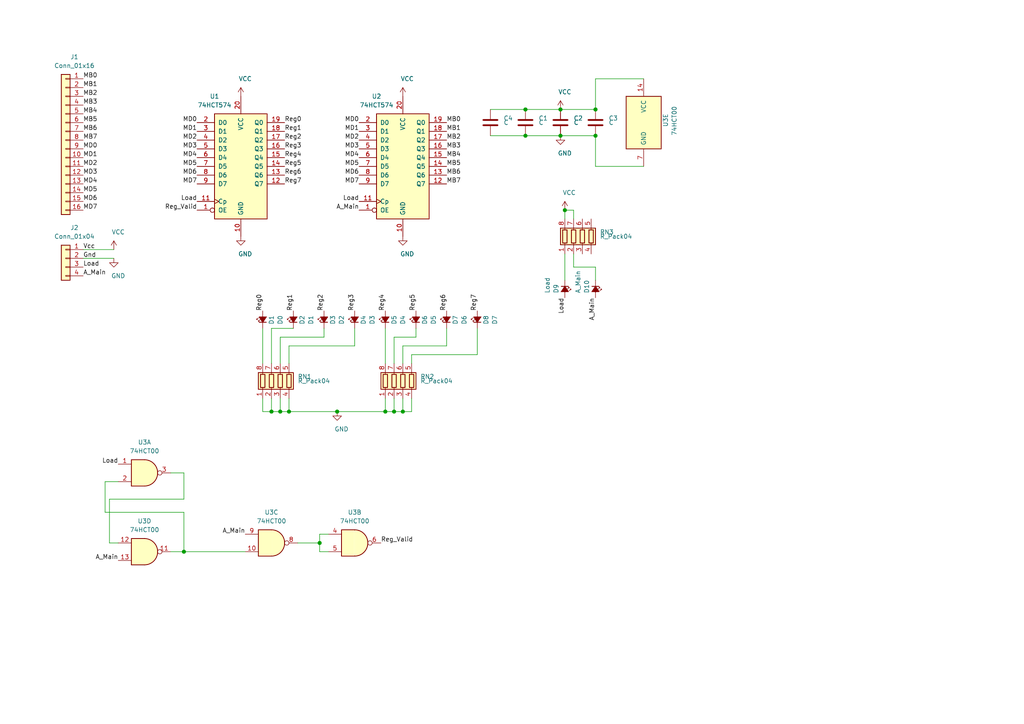
<source format=kicad_sch>
(kicad_sch (version 20200828) (generator eeschema)
  (page 1 1)
  (paper "A4")
  (title_block (title "Constants Register v2.0") (date "2020-09-10") (rev "1.0") (company "Raphaël Jacquot"))
  (lib_symbols
    (symbol "74xx:74HCT00" (pin_names (offset 1.016))
      (property "Reference" "U" (at 0 1.27 0))
      (property "Value" "74HCT00" (at 0 -1.27 0))
      (symbol "74HCT00_1_1"
        (arc (start 0 -3.81) (end 0 3.81) (radius (at 0 0) (length 3.81) (angles -89.9 89.9)) (stroke (width 0.254)) (fill (type background)))
        (polyline (pts (xy 0 3.81) (xy -3.81 3.81) (xy -3.81 -3.81) (xy 0 -3.81)) (stroke (width 0.254)) (fill (type background)))
        (pin input line (at -7.62 2.54 0) (length 3.81) (name "~") (number "1"))
        (pin input line (at -7.62 -2.54 0) (length 3.81) (name "~") (number "2"))
        (pin output inverted (at 7.62 0 180) (length 3.81) (name "~") (number "3"))
      )
      (symbol "74HCT00_2_1"
        (arc (start 0 -3.81) (end 0 3.81) (radius (at 0 0) (length 3.81) (angles -89.9 89.9)) (stroke (width 0.254)) (fill (type background)))
        (polyline (pts (xy 0 3.81) (xy -3.81 3.81) (xy -3.81 -3.81) (xy 0 -3.81)) (stroke (width 0.254)) (fill (type background)))
        (pin input line (at -7.62 2.54 0) (length 3.81) (name "~") (number "4"))
        (pin input line (at -7.62 -2.54 0) (length 3.81) (name "~") (number "5"))
        (pin output inverted (at 7.62 0 180) (length 3.81) (name "~") (number "6"))
      )
      (symbol "74HCT00_3_1"
        (arc (start 0 -3.81) (end 0 3.81) (radius (at 0 0) (length 3.81) (angles -89.9 89.9)) (stroke (width 0.254)) (fill (type background)))
        (polyline (pts (xy 0 3.81) (xy -3.81 3.81) (xy -3.81 -3.81) (xy 0 -3.81)) (stroke (width 0.254)) (fill (type background)))
        (pin input line (at -7.62 -2.54 0) (length 3.81) (name "~") (number "10"))
        (pin output inverted (at 7.62 0 180) (length 3.81) (name "~") (number "8"))
        (pin input line (at -7.62 2.54 0) (length 3.81) (name "~") (number "9"))
      )
      (symbol "74HCT00_4_1"
        (arc (start 0 -3.81) (end 0 3.81) (radius (at 0 0) (length 3.81) (angles -89.9 89.9)) (stroke (width 0.254)) (fill (type background)))
        (polyline (pts (xy 0 3.81) (xy -3.81 3.81) (xy -3.81 -3.81) (xy 0 -3.81)) (stroke (width 0.254)) (fill (type background)))
        (pin output inverted (at 7.62 0 180) (length 3.81) (name "~") (number "11"))
        (pin input line (at -7.62 2.54 0) (length 3.81) (name "~") (number "12"))
        (pin input line (at -7.62 -2.54 0) (length 3.81) (name "~") (number "13"))
      )
      (symbol "74HCT00_1_2"
        (arc (start -3.81 3.81) (end -3.81 -3.81) (radius (at -9.144 0) (length 6.5532) (angles 35.4 -35.4)) (stroke (width 0.254)))
        (arc (start 3.81 0) (end -0.6096 3.81) (radius (at -1.1938 -1.3208) (length 5.1816) (angles 15 83.7)) (stroke (width 0.254)) (fill (type background)))
        (arc (start 3.81 0) (end -0.6096 -3.81) (radius (at -1.1938 1.3208) (length 5.1816) (angles -15 -83.7)) (stroke (width 0.254)) (fill (type background)))
        (polyline (pts (xy -3.81 -3.81) (xy -0.635 -3.81)) (stroke (width 0.254)) (fill (type background)))
        (polyline (pts (xy -3.81 3.81) (xy -0.635 3.81)) (stroke (width 0.254)) (fill (type background)))
        (polyline (pts (xy -0.635 3.81) (xy -3.81 3.81) (xy -3.81 3.81) (xy -3.556 3.4036) (xy -3.0226 2.2606) (xy -2.6924 1.0414) (xy -2.6162 -0.254) (xy -2.7686 -1.4986) (xy -3.175 -2.7178) (xy -3.81 -3.81) (xy -3.81 -3.81) (xy -0.635 -3.81)) (stroke (width -25.4)) (fill (type background)))
        (pin input inverted (at -7.62 2.54 0) (length 4.318) (name "~") (number "1"))
        (pin input inverted (at -7.62 -2.54 0) (length 4.318) (name "~") (number "2"))
        (pin output line (at 7.62 0 180) (length 3.81) (name "~") (number "3"))
      )
      (symbol "74HCT00_2_2"
        (arc (start -3.81 3.81) (end -3.81 -3.81) (radius (at -9.144 0) (length 6.5532) (angles 35.4 -35.4)) (stroke (width 0.254)))
        (arc (start 3.81 0) (end -0.6096 3.81) (radius (at -1.1938 -1.3208) (length 5.1816) (angles 15 83.7)) (stroke (width 0.254)) (fill (type background)))
        (arc (start 3.81 0) (end -0.6096 -3.81) (radius (at -1.1938 1.3208) (length 5.1816) (angles -15 -83.7)) (stroke (width 0.254)) (fill (type background)))
        (polyline (pts (xy -3.81 -3.81) (xy -0.635 -3.81)) (stroke (width 0.254)) (fill (type background)))
        (polyline (pts (xy -3.81 3.81) (xy -0.635 3.81)) (stroke (width 0.254)) (fill (type background)))
        (polyline (pts (xy -0.635 3.81) (xy -3.81 3.81) (xy -3.81 3.81) (xy -3.556 3.4036) (xy -3.0226 2.2606) (xy -2.6924 1.0414) (xy -2.6162 -0.254) (xy -2.7686 -1.4986) (xy -3.175 -2.7178) (xy -3.81 -3.81) (xy -3.81 -3.81) (xy -0.635 -3.81)) (stroke (width -25.4)) (fill (type background)))
        (pin input inverted (at -7.62 2.54 0) (length 4.318) (name "~") (number "4"))
        (pin input inverted (at -7.62 -2.54 0) (length 4.318) (name "~") (number "5"))
        (pin output line (at 7.62 0 180) (length 3.81) (name "~") (number "6"))
      )
      (symbol "74HCT00_3_2"
        (arc (start -3.81 3.81) (end -3.81 -3.81) (radius (at -9.144 0) (length 6.5532) (angles 35.4 -35.4)) (stroke (width 0.254)))
        (arc (start 3.81 0) (end -0.6096 3.81) (radius (at -1.1938 -1.3208) (length 5.1816) (angles 15 83.7)) (stroke (width 0.254)) (fill (type background)))
        (arc (start 3.81 0) (end -0.6096 -3.81) (radius (at -1.1938 1.3208) (length 5.1816) (angles -15 -83.7)) (stroke (width 0.254)) (fill (type background)))
        (polyline (pts (xy -3.81 -3.81) (xy -0.635 -3.81)) (stroke (width 0.254)) (fill (type background)))
        (polyline (pts (xy -3.81 3.81) (xy -0.635 3.81)) (stroke (width 0.254)) (fill (type background)))
        (polyline (pts (xy -0.635 3.81) (xy -3.81 3.81) (xy -3.81 3.81) (xy -3.556 3.4036) (xy -3.0226 2.2606) (xy -2.6924 1.0414) (xy -2.6162 -0.254) (xy -2.7686 -1.4986) (xy -3.175 -2.7178) (xy -3.81 -3.81) (xy -3.81 -3.81) (xy -0.635 -3.81)) (stroke (width -25.4)) (fill (type background)))
        (pin input inverted (at -7.62 -2.54 0) (length 4.318) (name "~") (number "10"))
        (pin output line (at 7.62 0 180) (length 3.81) (name "~") (number "8"))
        (pin input inverted (at -7.62 2.54 0) (length 4.318) (name "~") (number "9"))
      )
      (symbol "74HCT00_4_2"
        (arc (start -3.81 3.81) (end -3.81 -3.81) (radius (at -9.144 0) (length 6.5532) (angles 35.4 -35.4)) (stroke (width 0.254)))
        (arc (start 3.81 0) (end -0.6096 3.81) (radius (at -1.1938 -1.3208) (length 5.1816) (angles 15 83.7)) (stroke (width 0.254)) (fill (type background)))
        (arc (start 3.81 0) (end -0.6096 -3.81) (radius (at -1.1938 1.3208) (length 5.1816) (angles -15 -83.7)) (stroke (width 0.254)) (fill (type background)))
        (polyline (pts (xy -3.81 -3.81) (xy -0.635 -3.81)) (stroke (width 0.254)) (fill (type background)))
        (polyline (pts (xy -3.81 3.81) (xy -0.635 3.81)) (stroke (width 0.254)) (fill (type background)))
        (polyline (pts (xy -0.635 3.81) (xy -3.81 3.81) (xy -3.81 3.81) (xy -3.556 3.4036) (xy -3.0226 2.2606) (xy -2.6924 1.0414) (xy -2.6162 -0.254) (xy -2.7686 -1.4986) (xy -3.175 -2.7178) (xy -3.81 -3.81) (xy -3.81 -3.81) (xy -0.635 -3.81)) (stroke (width -25.4)) (fill (type background)))
        (pin output line (at 7.62 0 180) (length 3.81) (name "~") (number "11"))
        (pin input inverted (at -7.62 2.54 0) (length 4.318) (name "~") (number "12"))
        (pin input inverted (at -7.62 -2.54 0) (length 4.318) (name "~") (number "13"))
      )
      (symbol "74HCT00_5_1"
        (rectangle (start -5.08 7.62) (end 5.08 -7.62) (stroke (width 0.254)) (fill (type background)))
      )
      (symbol "74HCT00_5_0"
        (pin power_in line (at 0 12.7 270) (length 5.08) (name "VCC") (number "14"))
        (pin power_in line (at 0 -12.7 90) (length 5.08) (name "GND") (number "7"))
      )
    )
    (symbol "74xx:74HCT574" (pin_names (offset 1.016))
      (property "Reference" "U" (at -7.62 16.51 0))
      (property "Value" "74HCT574" (at -7.62 -16.51 0))
      (symbol "74HCT574_1_1"
        (rectangle (start -7.62 15.24) (end 7.62 -15.24) (stroke (width 0.254)) (fill (type background)))
      )
      (symbol "74HCT574_1_0"
        (pin input inverted (at -12.7 -12.7 0) (length 5.08) (name "OE") (number "1"))
        (pin power_in line (at 0 -20.32 90) (length 5.08) (name "GND") (number "10"))
        (pin input clock (at -12.7 -10.16 0) (length 5.08) (name "Cp") (number "11"))
        (pin tri_state line (at 12.7 -5.08 180) (length 5.08) (name "Q7") (number "12"))
        (pin tri_state line (at 12.7 -2.54 180) (length 5.08) (name "Q6") (number "13"))
        (pin tri_state line (at 12.7 0 180) (length 5.08) (name "Q5") (number "14"))
        (pin tri_state line (at 12.7 2.54 180) (length 5.08) (name "Q4") (number "15"))
        (pin tri_state line (at 12.7 5.08 180) (length 5.08) (name "Q3") (number "16"))
        (pin tri_state line (at 12.7 7.62 180) (length 5.08) (name "Q2") (number "17"))
        (pin tri_state line (at 12.7 10.16 180) (length 5.08) (name "Q1") (number "18"))
        (pin tri_state line (at 12.7 12.7 180) (length 5.08) (name "Q0") (number "19"))
        (pin input line (at -12.7 12.7 0) (length 5.08) (name "D0") (number "2"))
        (pin power_in line (at 0 20.32 270) (length 5.08) (name "VCC") (number "20"))
        (pin input line (at -12.7 10.16 0) (length 5.08) (name "D1") (number "3"))
        (pin input line (at -12.7 7.62 0) (length 5.08) (name "D2") (number "4"))
        (pin input line (at -12.7 5.08 0) (length 5.08) (name "D3") (number "5"))
        (pin input line (at -12.7 2.54 0) (length 5.08) (name "D4") (number "6"))
        (pin input line (at -12.7 0 0) (length 5.08) (name "D5") (number "7"))
        (pin input line (at -12.7 -2.54 0) (length 5.08) (name "D6") (number "8"))
        (pin input line (at -12.7 -5.08 0) (length 5.08) (name "D7") (number "9"))
      )
    )
    (symbol "Connector_Generic:Conn_01x04" (pin_names (offset 1.016) hide)
      (property "Reference" "J" (at 0 5.08 0))
      (property "Value" "Conn_01x04" (at 0 -7.62 0))
      (symbol "Conn_01x04_1_1"
        (rectangle (start -1.27 -4.953) (end 0 -5.207) (stroke (width 0.1524)))
        (rectangle (start -1.27 -2.413) (end 0 -2.667) (stroke (width 0.1524)))
        (rectangle (start -1.27 2.667) (end 0 2.413) (stroke (width 0.1524)))
        (rectangle (start -1.27 3.81) (end 1.27 -6.35) (stroke (width 0.254)) (fill (type background)))
        (rectangle (start -1.27 0.127) (end 0 -0.127) (stroke (width 0.1524)))
        (pin passive line (at -5.08 2.54 0) (length 3.81) (name "Pin_1") (number "1"))
        (pin passive line (at -5.08 0 0) (length 3.81) (name "Pin_2") (number "2"))
        (pin passive line (at -5.08 -2.54 0) (length 3.81) (name "Pin_3") (number "3"))
        (pin passive line (at -5.08 -5.08 0) (length 3.81) (name "Pin_4") (number "4"))
      )
    )
    (symbol "Connector_Generic:Conn_01x16" (pin_names (offset 1.016) hide)
      (property "Reference" "J" (at 0 20.32 0))
      (property "Value" "Conn_01x16" (at 0 -22.86 0))
      (symbol "Conn_01x16_1_1"
        (rectangle (start -1.27 -4.953) (end 0 -5.207) (stroke (width 0.1524)))
        (rectangle (start -1.27 -7.493) (end 0 -7.747) (stroke (width 0.1524)))
        (rectangle (start -1.27 -10.033) (end 0 -10.287) (stroke (width 0.1524)))
        (rectangle (start -1.27 -12.573) (end 0 -12.827) (stroke (width 0.1524)))
        (rectangle (start -1.27 -15.113) (end 0 -15.367) (stroke (width 0.1524)))
        (rectangle (start -1.27 -17.653) (end 0 -17.907) (stroke (width 0.1524)))
        (rectangle (start -1.27 -20.193) (end 0 -20.447) (stroke (width 0.1524)))
        (rectangle (start -1.27 -2.413) (end 0 -2.667) (stroke (width 0.1524)))
        (rectangle (start -1.27 2.667) (end 0 2.413) (stroke (width 0.1524)))
        (rectangle (start -1.27 5.207) (end 0 4.953) (stroke (width 0.1524)))
        (rectangle (start -1.27 7.747) (end 0 7.493) (stroke (width 0.1524)))
        (rectangle (start -1.27 10.287) (end 0 10.033) (stroke (width 0.1524)))
        (rectangle (start -1.27 0.127) (end 0 -0.127) (stroke (width 0.1524)))
        (rectangle (start -1.27 12.827) (end 0 12.573) (stroke (width 0.1524)))
        (rectangle (start -1.27 15.367) (end 0 15.113) (stroke (width 0.1524)))
        (rectangle (start -1.27 17.907) (end 0 17.653) (stroke (width 0.1524)))
        (rectangle (start -1.27 19.05) (end 1.27 -21.59) (stroke (width 0.254)) (fill (type background)))
        (pin passive line (at -5.08 17.78 0) (length 3.81) (name "Pin_1") (number "1"))
        (pin passive line (at -5.08 -5.08 0) (length 3.81) (name "Pin_10") (number "10"))
        (pin passive line (at -5.08 -7.62 0) (length 3.81) (name "Pin_11") (number "11"))
        (pin passive line (at -5.08 -10.16 0) (length 3.81) (name "Pin_12") (number "12"))
        (pin passive line (at -5.08 -12.7 0) (length 3.81) (name "Pin_13") (number "13"))
        (pin passive line (at -5.08 -15.24 0) (length 3.81) (name "Pin_14") (number "14"))
        (pin passive line (at -5.08 -17.78 0) (length 3.81) (name "Pin_15") (number "15"))
        (pin passive line (at -5.08 -20.32 0) (length 3.81) (name "Pin_16") (number "16"))
        (pin passive line (at -5.08 15.24 0) (length 3.81) (name "Pin_2") (number "2"))
        (pin passive line (at -5.08 12.7 0) (length 3.81) (name "Pin_3") (number "3"))
        (pin passive line (at -5.08 10.16 0) (length 3.81) (name "Pin_4") (number "4"))
        (pin passive line (at -5.08 7.62 0) (length 3.81) (name "Pin_5") (number "5"))
        (pin passive line (at -5.08 5.08 0) (length 3.81) (name "Pin_6") (number "6"))
        (pin passive line (at -5.08 2.54 0) (length 3.81) (name "Pin_7") (number "7"))
        (pin passive line (at -5.08 0 0) (length 3.81) (name "Pin_8") (number "8"))
        (pin passive line (at -5.08 -2.54 0) (length 3.81) (name "Pin_9") (number "9"))
      )
    )
    (symbol "Device:C" (pin_numbers hide) (pin_names (offset 0.254))
      (property "Reference" "C" (at 0.635 2.54 0))
      (property "Value" "C" (at 0.635 -2.54 0))
      (symbol "C_0_1"
        (polyline (pts (xy -2.032 -0.762) (xy 2.032 -0.762)) (stroke (width 0.508)))
        (polyline (pts (xy -2.032 0.762) (xy 2.032 0.762)) (stroke (width 0.508)))
      )
      (symbol "C_1_1"
        (pin passive line (at 0 3.81 270) (length 2.794) (name "~") (number "1"))
        (pin passive line (at 0 -3.81 90) (length 2.794) (name "~") (number "2"))
      )
    )
    (symbol "Device:LED_Small_ALT" (pin_numbers hide) (pin_names (offset 0.254) hide)
      (property "Reference" "D" (at -1.27 3.175 0))
      (property "Value" "LED_Small_ALT" (at -4.445 -2.54 0))
      (symbol "LED_Small_ALT_0_1"
        (polyline (pts (xy -0.762 -1.016) (xy -0.762 1.016)) (stroke (width 0.254)))
        (polyline (pts (xy 1.016 0) (xy -0.762 0)))
        (polyline (pts (xy 0.762 -1.016) (xy -0.762 0) (xy 0.762 1.016) (xy 0.762 -1.016)) (stroke (width 0.254)) (fill (type outline)))
        (polyline (pts (xy 0 0.762) (xy -0.508 1.27) (xy -0.254 1.27) (xy -0.508 1.27) (xy -0.508 1.016)))
        (polyline (pts (xy 0.508 1.27) (xy 0 1.778) (xy 0.254 1.778) (xy 0 1.778) (xy 0 1.524)))
      )
      (symbol "LED_Small_ALT_1_1"
        (pin passive line (at -2.54 0 0) (length 1.778) (name "K") (number "1"))
        (pin passive line (at 2.54 0 180) (length 1.778) (name "A") (number "2"))
      )
    )
    (symbol "Device:R_Pack04" (pin_names (offset 0) hide)
      (property "Reference" "RN" (at -7.62 0 90))
      (property "Value" "R_Pack04" (at 5.08 0 90))
      (symbol "R_Pack04_0_1"
        (rectangle (start -6.35 -2.413) (end 3.81 2.413) (stroke (width 0.254)) (fill (type background)))
        (rectangle (start -5.715 1.905) (end -4.445 -1.905) (stroke (width 0.254)))
        (rectangle (start -3.175 1.905) (end -1.905 -1.905) (stroke (width 0.254)))
        (rectangle (start -0.635 1.905) (end 0.635 -1.905) (stroke (width 0.254)))
        (rectangle (start 1.905 1.905) (end 3.175 -1.905) (stroke (width 0.254)))
        (polyline (pts (xy -5.08 -2.54) (xy -5.08 -1.905)))
        (polyline (pts (xy -5.08 1.905) (xy -5.08 2.54)))
        (polyline (pts (xy -2.54 -2.54) (xy -2.54 -1.905)))
        (polyline (pts (xy -2.54 1.905) (xy -2.54 2.54)))
        (polyline (pts (xy 0 -2.54) (xy 0 -1.905)))
        (polyline (pts (xy 0 1.905) (xy 0 2.54)))
        (polyline (pts (xy 2.54 -2.54) (xy 2.54 -1.905)))
        (polyline (pts (xy 2.54 1.905) (xy 2.54 2.54)))
      )
      (symbol "R_Pack04_1_1"
        (pin passive line (at -5.08 -5.08 90) (length 2.54) (name "R1.1") (number "1"))
        (pin passive line (at -2.54 -5.08 90) (length 2.54) (name "R2.1") (number "2"))
        (pin passive line (at 0 -5.08 90) (length 2.54) (name "R3.1") (number "3"))
        (pin passive line (at 2.54 -5.08 90) (length 2.54) (name "R4.1") (number "4"))
        (pin passive line (at 2.54 5.08 270) (length 2.54) (name "R4.2") (number "5"))
        (pin passive line (at 0 5.08 270) (length 2.54) (name "R3.2") (number "6"))
        (pin passive line (at -2.54 5.08 270) (length 2.54) (name "R2.2") (number "7"))
        (pin passive line (at -5.08 5.08 270) (length 2.54) (name "R1.2") (number "8"))
      )
    )
    (symbol "power:GND" (power) (pin_names (offset 0))
      (property "Value" "GND" (at 0 -3.81 0))
      (symbol "GND_0_1"
        (polyline (pts (xy 0 0) (xy 0 -1.27) (xy 1.27 -1.27) (xy 0 -2.54) (xy -1.27 -1.27) (xy 0 -1.27)))
      )
      (symbol "GND_1_1"
        (pin power_in line (at 0 0 270) (length 0) hide (name "GND") (number "1"))
      )
    )
    (symbol "power:VCC" (power) (pin_names (offset 0))
      (property "Value" "VCC" (at 0 3.81 0))
      (symbol "VCC_0_1"
        (polyline (pts (xy -0.762 1.27) (xy 0 2.54)))
        (polyline (pts (xy 0 0) (xy 0 2.54)))
        (polyline (pts (xy 0 2.54) (xy 0.762 1.27)))
      )
      (symbol "VCC_1_1"
        (pin power_in line (at 0 0 90) (length 0) hide (name "VCC") (number "1"))
      )
    )
  )
  (junction (at 53.34 160.02) (diameter 1.016))
  (junction (at 78.74 119.38) (diameter 1.016))
  (junction (at 81.28 119.38) (diameter 1.016))
  (junction (at 83.82 119.38) (diameter 1.016))
  (junction (at 92.71 157.48) (diameter 1.016))
  (junction (at 97.79 119.38) (diameter 1.016))
  (junction (at 111.76 119.38) (diameter 1.016))
  (junction (at 114.3 119.38) (diameter 1.016))
  (junction (at 116.84 119.38) (diameter 1.016))
  (junction (at 152.4 31.75) (diameter 1.016))
  (junction (at 152.4 39.37) (diameter 1.016))
  (junction (at 162.56 31.75) (diameter 1.016))
  (junction (at 162.56 39.37) (diameter 1.016))
  (junction (at 163.83 60.96) (diameter 1.016))
  (junction (at 172.72 31.75) (diameter 1.016))
  (junction (at 172.72 39.37) (diameter 1.016))
  (wire (pts (xy 24.13 72.39) (xy 33.02 72.39)))
  (wire (pts (xy 24.13 74.93) (xy 33.02 74.93)))
  (wire (pts (xy 30.48 139.7) (xy 34.29 139.7)))
  (wire (pts (xy 30.48 148.59) (xy 30.48 139.7)))
  (wire (pts (xy 31.75 144.78) (xy 31.75 157.48)))
  (wire (pts (xy 31.75 157.48) (xy 34.29 157.48)))
  (wire (pts (xy 49.53 137.16) (xy 53.34 137.16)))
  (wire (pts (xy 49.53 160.02) (xy 53.34 160.02)))
  (wire (pts (xy 53.34 137.16) (xy 53.34 144.78)))
  (wire (pts (xy 53.34 144.78) (xy 31.75 144.78)))
  (wire (pts (xy 53.34 148.59) (xy 30.48 148.59)))
  (wire (pts (xy 53.34 160.02) (xy 53.34 148.59)))
  (wire (pts (xy 53.34 160.02) (xy 71.12 160.02)))
  (wire (pts (xy 76.2 95.25) (xy 76.2 105.41)))
  (wire (pts (xy 76.2 119.38) (xy 76.2 115.57)))
  (wire (pts (xy 78.74 95.25) (xy 78.74 105.41)))
  (wire (pts (xy 78.74 119.38) (xy 76.2 119.38)))
  (wire (pts (xy 78.74 119.38) (xy 78.74 115.57)))
  (wire (pts (xy 81.28 97.79) (xy 93.98 97.79)))
  (wire (pts (xy 81.28 105.41) (xy 81.28 97.79)))
  (wire (pts (xy 81.28 119.38) (xy 78.74 119.38)))
  (wire (pts (xy 81.28 119.38) (xy 81.28 115.57)))
  (wire (pts (xy 83.82 100.33) (xy 102.87 100.33)))
  (wire (pts (xy 83.82 105.41) (xy 83.82 100.33)))
  (wire (pts (xy 83.82 119.38) (xy 81.28 119.38)))
  (wire (pts (xy 83.82 119.38) (xy 83.82 115.57)))
  (wire (pts (xy 85.09 95.25) (xy 78.74 95.25)))
  (wire (pts (xy 86.36 157.48) (xy 92.71 157.48)))
  (wire (pts (xy 92.71 154.94) (xy 92.71 157.48)))
  (wire (pts (xy 92.71 157.48) (xy 92.71 160.02)))
  (wire (pts (xy 92.71 160.02) (xy 95.25 160.02)))
  (wire (pts (xy 93.98 95.25) (xy 93.98 97.79)))
  (wire (pts (xy 95.25 154.94) (xy 92.71 154.94)))
  (wire (pts (xy 97.79 119.38) (xy 83.82 119.38)))
  (wire (pts (xy 102.87 95.25) (xy 102.87 100.33)))
  (wire (pts (xy 111.76 95.25) (xy 111.76 105.41)))
  (wire (pts (xy 111.76 115.57) (xy 111.76 119.38)))
  (wire (pts (xy 111.76 119.38) (xy 97.79 119.38)))
  (wire (pts (xy 111.76 119.38) (xy 114.3 119.38)))
  (wire (pts (xy 114.3 97.79) (xy 120.65 97.79)))
  (wire (pts (xy 114.3 105.41) (xy 114.3 97.79)))
  (wire (pts (xy 114.3 115.57) (xy 114.3 119.38)))
  (wire (pts (xy 114.3 119.38) (xy 116.84 119.38)))
  (wire (pts (xy 116.84 100.33) (xy 129.54 100.33)))
  (wire (pts (xy 116.84 105.41) (xy 116.84 100.33)))
  (wire (pts (xy 116.84 115.57) (xy 116.84 119.38)))
  (wire (pts (xy 116.84 119.38) (xy 119.38 119.38)))
  (wire (pts (xy 119.38 102.87) (xy 138.43 102.87)))
  (wire (pts (xy 119.38 105.41) (xy 119.38 102.87)))
  (wire (pts (xy 119.38 115.57) (xy 119.38 119.38)))
  (wire (pts (xy 120.65 95.25) (xy 120.65 97.79)))
  (wire (pts (xy 129.54 100.33) (xy 129.54 95.25)))
  (wire (pts (xy 138.43 95.25) (xy 138.43 102.87)))
  (wire (pts (xy 142.24 31.75) (xy 152.4 31.75)))
  (wire (pts (xy 142.24 39.37) (xy 152.4 39.37)))
  (wire (pts (xy 152.4 31.75) (xy 162.56 31.75)))
  (wire (pts (xy 152.4 39.37) (xy 162.56 39.37)))
  (wire (pts (xy 162.56 31.75) (xy 172.72 31.75)))
  (wire (pts (xy 162.56 39.37) (xy 172.72 39.37)))
  (wire (pts (xy 163.83 60.96) (xy 166.37 60.96)))
  (wire (pts (xy 163.83 63.5) (xy 163.83 60.96)))
  (wire (pts (xy 163.83 73.66) (xy 163.83 81.28)))
  (wire (pts (xy 166.37 60.96) (xy 166.37 63.5)))
  (wire (pts (xy 166.37 77.47) (xy 166.37 73.66)))
  (wire (pts (xy 172.72 22.86) (xy 172.72 31.75)))
  (wire (pts (xy 172.72 39.37) (xy 172.72 48.26)))
  (wire (pts (xy 172.72 48.26) (xy 186.69 48.26)))
  (wire (pts (xy 172.72 77.47) (xy 166.37 77.47)))
  (wire (pts (xy 172.72 81.28) (xy 172.72 77.47)))
  (wire (pts (xy 186.69 22.86) (xy 172.72 22.86)))
  (label "MB0" (at 24.13 22.86 0))
  (label "MB1" (at 24.13 25.4 0))
  (label "MB2" (at 24.13 27.94 0))
  (label "MB3" (at 24.13 30.48 0))
  (label "MB4" (at 24.13 33.02 0))
  (label "MB5" (at 24.13 35.56 0))
  (label "MB6" (at 24.13 38.1 0))
  (label "MB7" (at 24.13 40.64 0))
  (label "MD0" (at 24.13 43.18 0))
  (label "MD1" (at 24.13 45.72 0))
  (label "MD2" (at 24.13 48.26 0))
  (label "MD3" (at 24.13 50.8 0))
  (label "MD4" (at 24.13 53.34 0))
  (label "MD5" (at 24.13 55.88 0))
  (label "MD6" (at 24.13 58.42 0))
  (label "MD7" (at 24.13 60.96 0))
  (label "Vcc" (at 24.13 72.39 0))
  (label "Gnd" (at 24.13 74.93 0))
  (label "Load" (at 24.13 77.47 0))
  (label "A_Main" (at 24.13 80.01 0))
  (label "Load" (at 34.29 134.62 180))
  (label "A_Main" (at 34.29 162.56 180))
  (label "MD0" (at 57.15 35.56 180))
  (label "MD1" (at 57.15 38.1 180))
  (label "MD2" (at 57.15 40.64 180))
  (label "MD3" (at 57.15 43.18 180))
  (label "MD4" (at 57.15 45.72 180))
  (label "MD5" (at 57.15 48.26 180))
  (label "MD6" (at 57.15 50.8 180))
  (label "MD7" (at 57.15 53.34 180))
  (label "Load" (at 57.15 58.42 180))
  (label "Reg_Valid" (at 57.15 60.96 180))
  (label "A_Main" (at 71.12 154.94 180))
  (label "Reg0" (at 76.2 90.17 90))
  (label "Reg0" (at 82.55 35.56 0))
  (label "Reg1" (at 82.55 38.1 0))
  (label "Reg2" (at 82.55 40.64 0))
  (label "Reg3" (at 82.55 43.18 0))
  (label "Reg4" (at 82.55 45.72 0))
  (label "Reg5" (at 82.55 48.26 0))
  (label "Reg6" (at 82.55 50.8 0))
  (label "Reg7" (at 82.55 53.34 0))
  (label "Reg1" (at 85.09 90.17 90))
  (label "Reg2" (at 93.98 90.17 90))
  (label "Reg3" (at 102.87 90.17 90))
  (label "MD0" (at 104.14 35.56 180))
  (label "MD1" (at 104.14 38.1 180))
  (label "MD2" (at 104.14 40.64 180))
  (label "MD3" (at 104.14 43.18 180))
  (label "MD4" (at 104.14 45.72 180))
  (label "MD5" (at 104.14 48.26 180))
  (label "MD6" (at 104.14 50.8 180))
  (label "MD7" (at 104.14 53.34 180))
  (label "Load" (at 104.14 58.42 180))
  (label "A_Main" (at 104.14 60.96 180))
  (label "Reg_Valid" (at 110.49 157.48 0))
  (label "Reg4" (at 111.76 90.17 90))
  (label "Reg5" (at 120.65 90.17 90))
  (label "MB0" (at 129.54 35.56 0))
  (label "MB1" (at 129.54 38.1 0))
  (label "MB2" (at 129.54 40.64 0))
  (label "MB3" (at 129.54 43.18 0))
  (label "MB4" (at 129.54 45.72 0))
  (label "MB5" (at 129.54 48.26 0))
  (label "MB6" (at 129.54 50.8 0))
  (label "MB7" (at 129.54 53.34 0))
  (label "Reg6" (at 129.54 90.17 90))
  (label "Reg7" (at 138.43 90.17 90))
  (label "Load" (at 163.83 86.36 270))
  (label "A_Main" (at 172.72 86.36 270))
  (symbol (lib_id "power:VCC") (at 33.02 72.39 0) (unit 1)
    (property "Reference" "#PWR0101" (effects hide))
    (property "Value" "VCC" (at 34.29 67.31 0))
  )
  (symbol (lib_id "power:VCC") (at 69.85 27.94 0) (unit 1)
    (property "Reference" "#PWR0103" (effects hide))
    (property "Value" "VCC" (at 71.12 22.86 0))
  )
  (symbol (lib_id "power:VCC") (at 116.84 27.94 0) (unit 1)
    (property "Reference" "#PWR0105" (effects hide))
    (property "Value" "VCC" (at 118.11 22.86 0))
  )
  (symbol (lib_id "power:VCC") (at 162.56 31.75 0) (unit 1)
    (property "Reference" "#PWR0111" (effects hide))
    (property "Value" "VCC" (at 163.83 26.67 0))
  )
  (symbol (lib_id "power:VCC") (at 163.83 60.96 0) (unit 1)
    (property "Reference" "#PWR0110" (effects hide))
    (property "Value" "VCC" (at 165.1 55.88 0))
  )
  (symbol (lib_id "power:GND") (at 33.02 74.93 0) (unit 1)
    (property "Reference" "#PWR0102" (effects hide))
    (property "Value" "GND" (at 34.29 80.01 0))
  )
  (symbol (lib_id "power:GND") (at 69.85 68.58 0) (unit 1)
    (property "Reference" "#PWR0106" (effects hide))
    (property "Value" "GND" (at 71.12 73.66 0))
  )
  (symbol (lib_id "power:GND") (at 97.79 119.38 0) (unit 1)
    (property "Reference" "#PWR0109" (effects hide))
    (property "Value" "GND" (at 99.06 124.46 0))
  )
  (symbol (lib_id "power:GND") (at 116.84 68.58 0) (unit 1)
    (property "Reference" "#PWR0108" (effects hide))
    (property "Value" "GND" (at 118.11 73.66 0))
  )
  (symbol (lib_id "power:GND") (at 162.56 39.37 0) (unit 1)
    (property "Reference" "#PWR0112" (effects hide))
    (property "Value" "GND" (at 163.83 44.45 0))
  )
  (symbol (lib_id "Device:LED_Small_ALT") (at 76.2 92.71 90) (unit 1)
    (property "Reference" "D1" (at 78.74 91.44 0) (effects (justify right)))
    (property "Value" "D0" (at 81.28 91.44 0) (effects (justify right)))
    (property "Footprint" "LED_SMD:LED_1206_3216Metric" (effects hide))
  )
  (symbol (lib_id "Device:LED_Small_ALT") (at 85.09 92.71 90) (unit 1)
    (property "Reference" "D2" (at 87.63 91.44 0) (effects (justify right)))
    (property "Value" "D1" (at 90.17 91.44 0) (effects (justify right)))
    (property "Footprint" "LED_SMD:LED_1206_3216Metric" (effects hide))
  )
  (symbol (lib_id "Device:LED_Small_ALT") (at 93.98 92.71 90) (unit 1)
    (property "Reference" "D3" (at 96.52 91.44 0) (effects (justify right)))
    (property "Value" "D2" (at 99.06 91.44 0) (effects (justify right)))
    (property "Footprint" "LED_SMD:LED_1206_3216Metric" (effects hide))
  )
  (symbol (lib_id "Device:LED_Small_ALT") (at 102.87 92.71 90) (unit 1)
    (property "Reference" "D4" (at 105.41 91.44 0) (effects (justify right)))
    (property "Value" "D3" (at 107.95 91.44 0) (effects (justify right)))
    (property "Footprint" "LED_SMD:LED_1206_3216Metric" (effects hide))
  )
  (symbol (lib_id "Device:LED_Small_ALT") (at 111.76 92.71 90) (unit 1)
    (property "Reference" "D5" (at 114.3 91.44 0) (effects (justify right)))
    (property "Value" "D4" (at 116.84 91.44 0) (effects (justify right)))
    (property "Footprint" "LED_SMD:LED_1206_3216Metric" (effects hide))
  )
  (symbol (lib_id "Device:LED_Small_ALT") (at 120.65 92.71 90) (unit 1)
    (property "Reference" "D6" (at 123.19 91.44 0) (effects (justify right)))
    (property "Value" "D5" (at 125.73 91.44 0) (effects (justify right)))
    (property "Footprint" "LED_SMD:LED_1206_3216Metric" (effects hide))
  )
  (symbol (lib_id "Device:LED_Small_ALT") (at 129.54 92.71 90) (unit 1)
    (property "Reference" "D7" (at 132.08 91.44 0) (effects (justify right)))
    (property "Value" "D6" (at 134.62 91.44 0) (effects (justify right)))
    (property "Footprint" "LED_SMD:LED_1206_3216Metric" (effects hide))
  )
  (symbol (lib_id "Device:LED_Small_ALT") (at 138.43 92.71 90) (unit 1)
    (property "Reference" "D8" (at 140.97 91.44 0) (effects (justify right)))
    (property "Value" "D7" (at 143.51 91.44 0) (effects (justify right)))
    (property "Footprint" "LED_SMD:LED_1206_3216Metric" (effects hide))
  )
  (symbol (lib_id "Device:LED_Small_ALT") (at 163.83 83.82 270) (unit 1)
    (property "Reference" "D9" (at 161.29 85.09 0) (effects (justify right)))
    (property "Value" "Load" (at 158.75 85.09 0) (effects (justify right)))
    (property "Footprint" "LED_SMD:LED_1206_3216Metric" (effects hide))
  )
  (symbol (lib_id "Device:LED_Small_ALT") (at 172.72 83.82 270) (unit 1)
    (property "Reference" "D10" (at 170.18 85.09 0) (effects (justify right)))
    (property "Value" "A_Main" (at 167.64 85.09 0) (effects (justify right)))
    (property "Footprint" "LED_SMD:LED_1206_3216Metric" (effects hide))
  )
  (symbol (lib_id "Device:C") (at 142.24 35.56 0) (unit 1)
    (property "Reference" "C4" (at 146.05 34.29 0) (effects (justify left)))
    (property "Value" "C" (at 146.05 35.56 0) (effects (justify left)))
    (property "Footprint" "Capacitor_SMD:C_1206_3216Metric" (effects hide))
  )
  (symbol (lib_id "Device:C") (at 152.4 35.56 0) (unit 1)
    (property "Reference" "C1" (at 156.21 34.29 0) (effects (justify left)))
    (property "Value" "C" (at 156.21 35.56 0) (effects (justify left)))
    (property "Footprint" "Capacitor_SMD:C_1206_3216Metric" (effects hide))
  )
  (symbol (lib_id "Device:C") (at 162.56 35.56 0) (unit 1)
    (property "Reference" "C2" (at 166.37 34.29 0) (effects (justify left)))
    (property "Value" "C" (at 166.37 35.56 0) (effects (justify left)))
    (property "Footprint" "Capacitor_SMD:C_1206_3216Metric" (effects hide))
  )
  (symbol (lib_id "Device:C") (at 172.72 35.56 0) (unit 1)
    (property "Reference" "C3" (at 176.53 34.29 0) (effects (justify left)))
    (property "Value" "C" (at 176.53 35.56 0) (effects (justify left)))
    (property "Footprint" "Capacitor_SMD:C_1206_3216Metric" (effects hide))
  )
  (symbol (lib_id "Connector_Generic:Conn_01x04") (at 19.05 74.93 0) (mirror y) (unit 1)
    (property "Reference" "J2" (at 21.59 66.04 0))
    (property "Value" "Conn_01x04" (at 21.59 68.58 0))
    (property "Footprint" "Connector_PinHeader_2.54mm:PinHeader_1x04_P2.54mm_Vertical" (effects hide))
  )
  (symbol (lib_id "Device:R_Pack04") (at 81.28 110.49 0) (unit 1)
    (property "Reference" "RN1" (at 86.36 109.22 0) (effects (justify left)))
    (property "Value" "R_Pack04" (at 86.36 110.49 0) (effects (justify left)))
    (property "Footprint" "Resistor_SMD:R_Array_Convex_4x1206" (effects hide))
  )
  (symbol (lib_id "Device:R_Pack04") (at 116.84 110.49 0) (unit 1)
    (property "Reference" "RN2" (at 121.92 109.22 0) (effects (justify left)))
    (property "Value" "R_Pack04" (at 121.92 110.49 0) (effects (justify left)))
    (property "Footprint" "Resistor_SMD:R_Array_Convex_4x1206" (effects hide))
  )
  (symbol (lib_id "Device:R_Pack04") (at 168.91 68.58 0) (unit 1)
    (property "Reference" "RN3" (at 173.99 67.31 0) (effects (justify left)))
    (property "Value" "R_Pack04" (at 173.99 68.58 0) (effects (justify left)))
    (property "Footprint" "Resistor_SMD:R_Array_Convex_4x1206" (effects hide))
  )
  (symbol (lib_id "74xx:74HCT00") (at 41.91 137.16 0) (unit 1)
    (property "Reference" "U3" (at 41.91 128.27 0))
    (property "Value" "74HCT00" (at 41.91 130.81 0))
    (property "Footprint" "Package_SO:SOIC-14_3.9x8.7mm_P1.27mm" (effects hide))
    (property "Datasheet" "http://www.ti.com/lit/gpn/sn74hct00" (effects hide))
  )
  (symbol (lib_id "74xx:74HCT00") (at 41.91 160.02 0) (unit 4)
    (property "Reference" "U3" (at 41.91 151.13 0))
    (property "Value" "74HCT00" (at 41.91 153.67 0))
    (property "Footprint" "Package_SO:SOIC-14_3.9x8.7mm_P1.27mm" (effects hide))
    (property "Datasheet" "http://www.ti.com/lit/gpn/sn74hct00" (effects hide))
  )
  (symbol (lib_id "74xx:74HCT00") (at 78.74 157.48 0) (unit 3)
    (property "Reference" "U3" (at 78.74 148.59 0))
    (property "Value" "74HCT00" (at 78.74 151.13 0))
    (property "Footprint" "Package_SO:SOIC-14_3.9x8.7mm_P1.27mm" (effects hide))
    (property "Datasheet" "http://www.ti.com/lit/gpn/sn74hct00" (effects hide))
  )
  (symbol (lib_id "74xx:74HCT00") (at 102.87 157.48 0) (unit 2)
    (property "Reference" "U3" (at 102.87 148.59 0))
    (property "Value" "74HCT00" (at 102.87 151.13 0))
    (property "Footprint" "Package_SO:SOIC-14_3.9x8.7mm_P1.27mm" (effects hide))
    (property "Datasheet" "http://www.ti.com/lit/gpn/sn74hct00" (effects hide))
  )
  (symbol (lib_id "74xx:74HCT00") (at 186.69 35.56 0) (unit 5)
    (property "Reference" "U3" (at 193.04 36.83 90) (effects (justify left)))
    (property "Value" "74HCT00" (at 195.58 39.37 90) (effects (justify left)))
    (property "Footprint" "Package_SO:SOIC-14_3.9x8.7mm_P1.27mm" (effects hide))
    (property "Datasheet" "http://www.ti.com/lit/gpn/sn74hct00" (effects hide))
  )
  (symbol (lib_id "Connector_Generic:Conn_01x16") (at 19.05 40.64 0) (mirror y) (unit 1)
    (property "Reference" "J1" (at 21.59 16.51 0))
    (property "Value" "Conn_01x16" (at 21.59 19.05 0))
    (property "Footprint" "Connector_PinHeader_2.54mm:PinHeader_1x16_P2.54mm_Vertical" (effects hide))
  )
  (symbol (lib_id "74xx:74HCT574") (at 69.85 48.26 0) (unit 1)
    (property "Reference" "U1" (at 62.23 27.94 0))
    (property "Value" "74HCT574" (at 62.23 30.48 0))
    (property "Footprint" "Package_SO:SOIC-20W_7.5x12.8mm_P1.27mm" (effects hide))
    (property "Datasheet" "http://www.ti.com/lit/gpn/sn74HCT574" (effects hide))
  )
  (symbol (lib_id "74xx:74HCT574") (at 116.84 48.26 0) (unit 1)
    (property "Reference" "U2" (at 109.22 27.94 0))
    (property "Value" "74HCT574" (at 109.22 30.48 0))
    (property "Footprint" "Package_SO:SOIC-20W_7.5x12.8mm_P1.27mm" (effects hide))
    (property "Datasheet" "http://www.ti.com/lit/gpn/sn74HCT574" (effects hide))
  )
)
</source>
